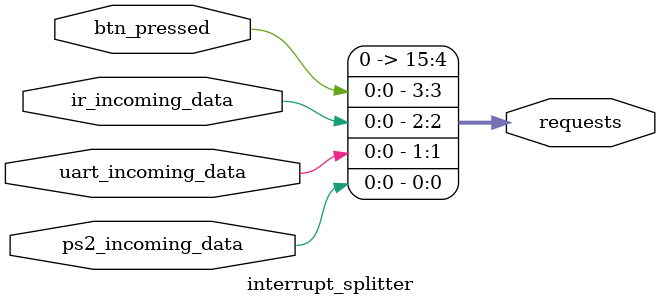
<source format=v>
module interrupt_splitter (
	input ps2_incoming_data, uart_incoming_data, ir_incoming_data, btn_pressed,

	output [15:0] requests
);
	parameter PS2_INTR_CODE = 4'd0,
			  UART_INTR_CODE = 4'd1,
			  IR_INTR_CODE = 4'd2,
			  BTN_INTR_CODE = 4'd3;

	generate
		genvar i;
		for (i = 0; i < 16; i = i + 1) begin : request_connection
			case (i)
			PS2_INTR_CODE:	assign requests[i] = ps2_incoming_data;
			UART_INTR_CODE:	assign requests[i] = uart_incoming_data;
			IR_INTR_CODE:	assign requests[i] = ir_incoming_data;
			BTN_INTR_CODE:	assign requests[i] = btn_pressed;
			default: assign requests[i] = 1'b0;
			endcase
		end
	endgenerate
endmodule
</source>
